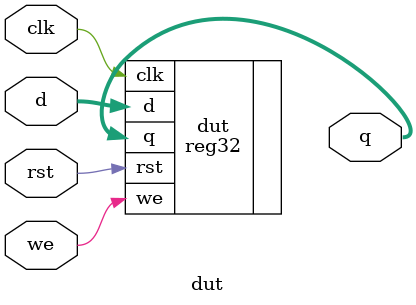
<source format=v>
`timescale 1ns/1ps
module dut(
    input wire clk,
    input wire rst,
    input wire we,
    input wire [31:0] d,
    output reg [31:0] q
);
    reg32 dut(
        .clk(clk),
        .rst(rst),
        .we(we),
        .d(d),
        .q(q)
    );
    
endmodule
</source>
